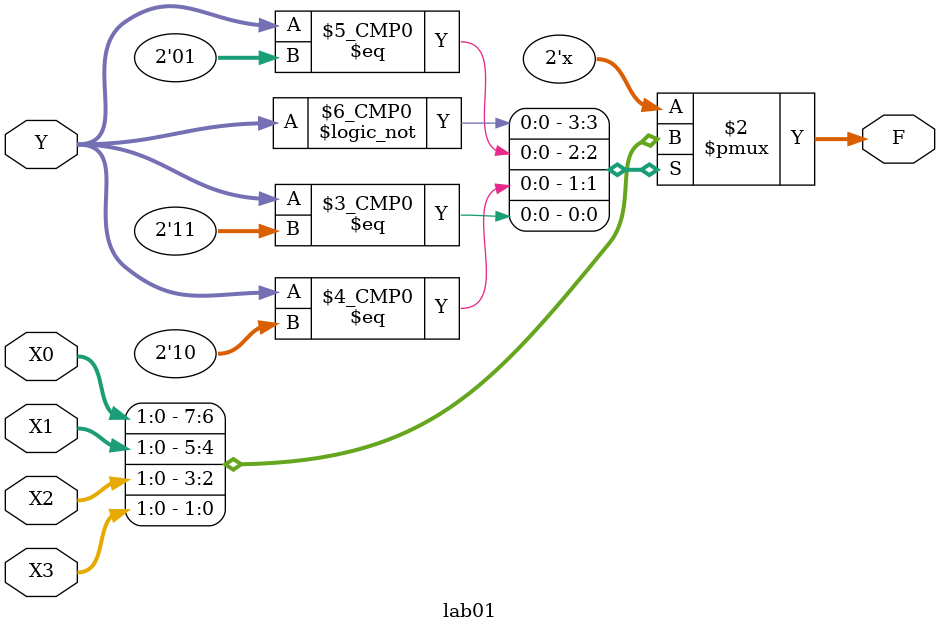
<source format=v>
`timescale 1ns / 1ps


module lab01(
    input [1:0] X0,
    input [1:0] X1,
    input [1:0] X2,
    input [1:0] X3,
    input [1:0] Y,
    output reg [1:0] F
    );

    always @(*) begin
        case(Y)
            2'b00 : F = X0;
            2'b01 : F = X1;
            2'b10 : F = X2;
            2'b11 : F = X3;
            default : F = 2'b00;
        endcase
    end
    
endmodule

</source>
